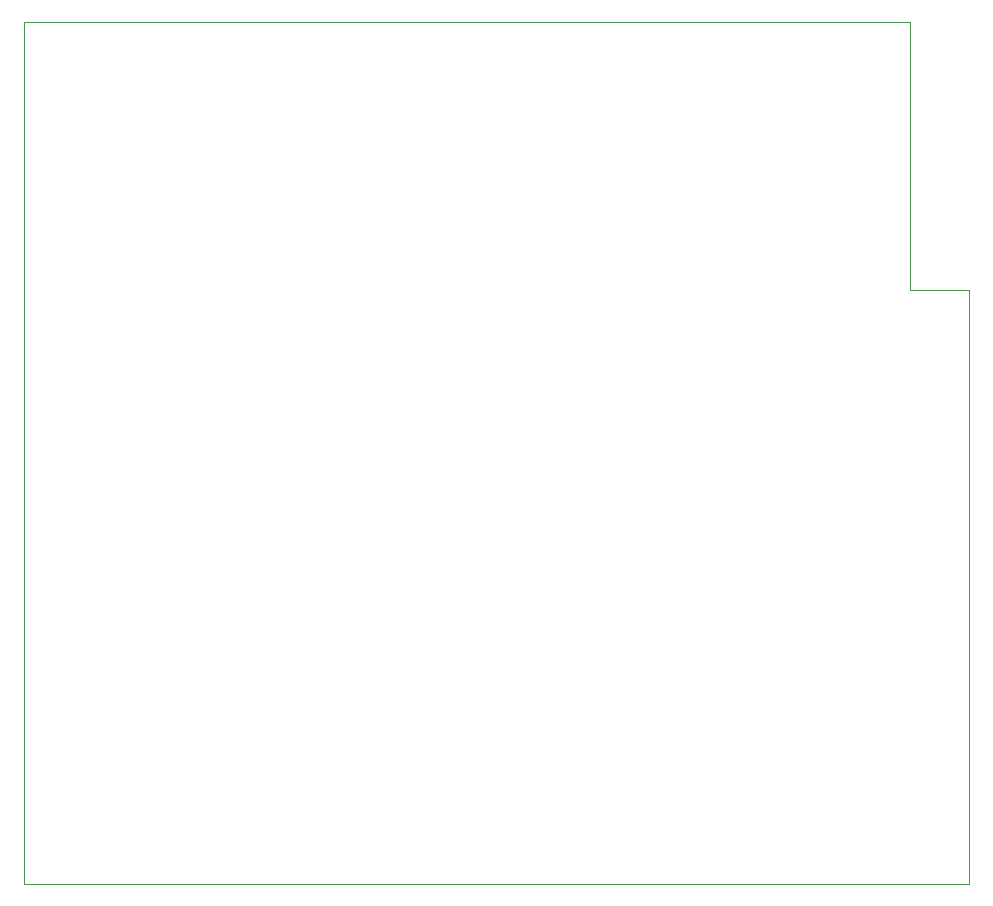
<source format=gm1>
G04 #@! TF.GenerationSoftware,KiCad,Pcbnew,(6.0.9)*
G04 #@! TF.CreationDate,2023-01-29T21:25:14-08:00*
G04 #@! TF.ProjectId,RadarPanelController,52616461-7250-4616-9e65-6c436f6e7472,REV1*
G04 #@! TF.SameCoordinates,Original*
G04 #@! TF.FileFunction,Profile,NP*
%FSLAX46Y46*%
G04 Gerber Fmt 4.6, Leading zero omitted, Abs format (unit mm)*
G04 Created by KiCad (PCBNEW (6.0.9)) date 2023-01-29 21:25:14*
%MOMM*%
%LPD*%
G01*
G04 APERTURE LIST*
G04 #@! TA.AperFunction,Profile*
%ADD10C,0.100000*%
G04 #@! TD*
G04 APERTURE END LIST*
D10*
X110000000Y-52700000D02*
X110000000Y-103000000D01*
X110000000Y-103000000D02*
X30000000Y-103000000D01*
X30000000Y-30000000D02*
X105000000Y-30000000D01*
X105000000Y-30000000D02*
X105000000Y-52700000D01*
X105000000Y-52700000D02*
X110000000Y-52700000D01*
X30000000Y-103000000D02*
X30000000Y-30000000D01*
M02*

</source>
